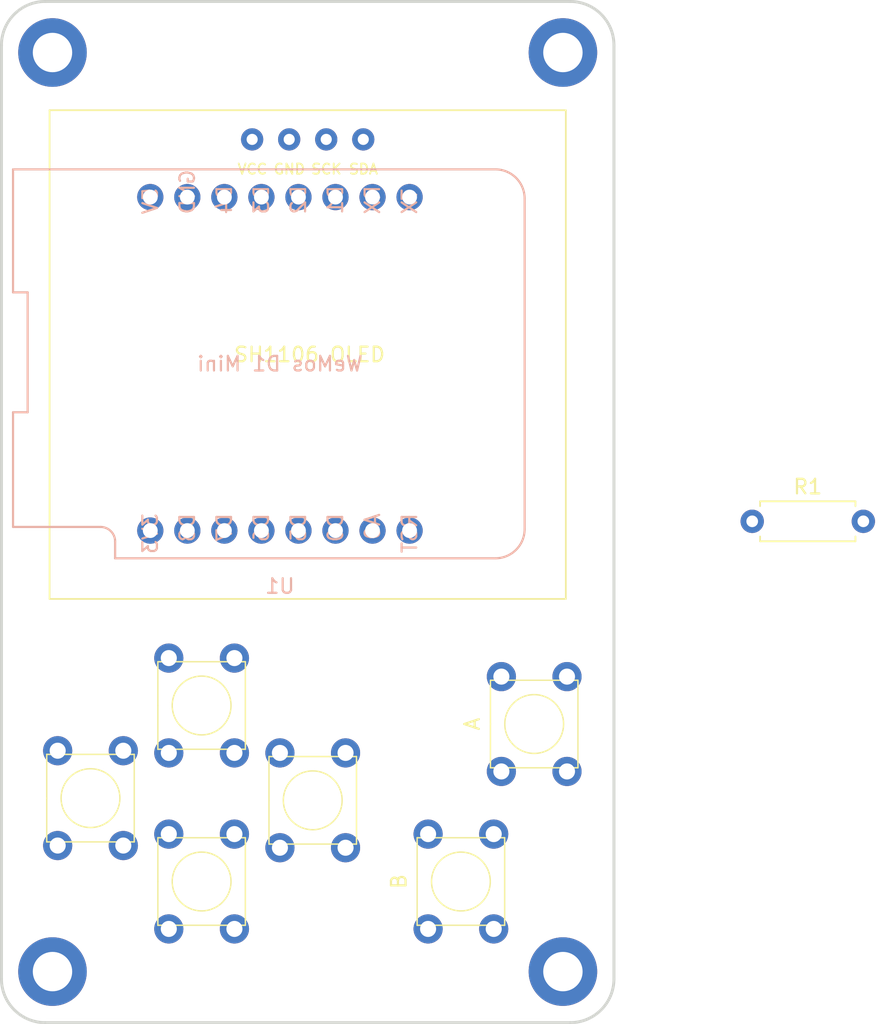
<source format=kicad_pcb>
(kicad_pcb (version 20171130) (host pcbnew 5.1.5+dfsg1-2build2)

  (general
    (thickness 1.6)
    (drawings 8)
    (tracks 0)
    (zones 0)
    (modules 13)
    (nets 24)
  )

  (page A4)
  (layers
    (0 F.Cu signal)
    (31 B.Cu signal)
    (32 B.Adhes user)
    (33 F.Adhes user)
    (34 B.Paste user)
    (35 F.Paste user)
    (36 B.SilkS user)
    (37 F.SilkS user)
    (38 B.Mask user)
    (39 F.Mask user)
    (40 Dwgs.User user)
    (41 Cmts.User user)
    (42 Eco1.User user)
    (43 Eco2.User user)
    (44 Edge.Cuts user)
    (45 Margin user)
    (46 B.CrtYd user hide)
    (47 F.CrtYd user hide)
    (48 B.Fab user hide)
    (49 F.Fab user hide)
  )

  (setup
    (last_trace_width 0.25)
    (trace_clearance 0.2)
    (zone_clearance 0.508)
    (zone_45_only no)
    (trace_min 0.2)
    (via_size 0.8)
    (via_drill 0.4)
    (via_min_size 0.4)
    (via_min_drill 0.3)
    (uvia_size 0.3)
    (uvia_drill 0.1)
    (uvias_allowed no)
    (uvia_min_size 0.2)
    (uvia_min_drill 0.1)
    (edge_width 0.1)
    (segment_width 0.2)
    (pcb_text_width 0.3)
    (pcb_text_size 1.5 1.5)
    (mod_edge_width 0.15)
    (mod_text_size 1 1)
    (mod_text_width 0.15)
    (pad_size 1.524 1.524)
    (pad_drill 0.762)
    (pad_to_mask_clearance 0)
    (aux_axis_origin 0 0)
    (visible_elements FFFFFF7F)
    (pcbplotparams
      (layerselection 0x010fc_ffffffff)
      (usegerberextensions false)
      (usegerberattributes false)
      (usegerberadvancedattributes false)
      (creategerberjobfile false)
      (excludeedgelayer true)
      (linewidth 0.100000)
      (plotframeref false)
      (viasonmask false)
      (mode 1)
      (useauxorigin false)
      (hpglpennumber 1)
      (hpglpenspeed 20)
      (hpglpendiameter 15.000000)
      (psnegative false)
      (psa4output false)
      (plotreference true)
      (plotvalue true)
      (plotinvisibletext false)
      (padsonsilk false)
      (subtractmaskfromsilk false)
      (outputformat 1)
      (mirror false)
      (drillshape 1)
      (scaleselection 1)
      (outputdirectory ""))
  )

  (net 0 "")
  (net 1 GND)
  (net 2 "Net-(Brd1-Pad2)")
  (net 3 "Net-(Brd1-Pad3)")
  (net 4 "Net-(Brd1-Pad4)")
  (net 5 +3V3)
  (net 6 /D0)
  (net 7 /D6)
  (net 8 /D7)
  (net 9 /D5)
  (net 10 /D4)
  (net 11 /D3)
  (net 12 +5V)
  (net 13 "Net-(D1-Pad4)")
  (net 14 "Net-(U1-Pad6)")
  (net 15 "Net-(U1-Pad11)")
  (net 16 "Net-(U1-Pad5)")
  (net 17 "Net-(U1-Pad12)")
  (net 18 "Net-(U1-Pad4)")
  (net 19 "Net-(U1-Pad3)")
  (net 20 "Net-(U1-Pad2)")
  (net 21 "Net-(U1-Pad15)")
  (net 22 "Net-(U1-Pad1)")
  (net 23 "Net-(U1-Pad16)")

  (net_class Default "This is the default net class."
    (clearance 0.2)
    (trace_width 0.25)
    (via_dia 0.8)
    (via_drill 0.4)
    (uvia_dia 0.3)
    (uvia_drill 0.1)
    (add_net +3V3)
    (add_net +5V)
    (add_net /D0)
    (add_net /D3)
    (add_net /D4)
    (add_net /D5)
    (add_net /D6)
    (add_net /D7)
    (add_net GND)
    (add_net "Net-(Brd1-Pad2)")
    (add_net "Net-(Brd1-Pad3)")
    (add_net "Net-(Brd1-Pad4)")
    (add_net "Net-(D1-Pad4)")
    (add_net "Net-(U1-Pad1)")
    (add_net "Net-(U1-Pad11)")
    (add_net "Net-(U1-Pad12)")
    (add_net "Net-(U1-Pad15)")
    (add_net "Net-(U1-Pad16)")
    (add_net "Net-(U1-Pad2)")
    (add_net "Net-(U1-Pad3)")
    (add_net "Net-(U1-Pad4)")
    (add_net "Net-(U1-Pad5)")
    (add_net "Net-(U1-Pad6)")
  )

  (module MountingHole:MountingHole_2.7mm_M2.5_DIN965_Pad (layer F.Cu) (tedit 56D1B4CB) (tstamp 610D22DA)
    (at 17.5 -31.5)
    (descr "Mounting Hole 2.7mm, M2.5, DIN965")
    (tags "mounting hole 2.7mm m2.5 din965")
    (attr virtual)
    (fp_text reference REF** (at 0 -3.35) (layer F.SilkS) hide
      (effects (font (size 1 1) (thickness 0.15)))
    )
    (fp_text value MountingHole_2.7mm_M2.5_DIN965_Pad (at 0 3.35) (layer F.Fab)
      (effects (font (size 1 1) (thickness 0.15)))
    )
    (fp_text user %R (at 0.3 0) (layer F.Fab)
      (effects (font (size 1 1) (thickness 0.15)))
    )
    (fp_circle (center 0 0) (end 2.35 0) (layer Cmts.User) (width 0.15))
    (fp_circle (center 0 0) (end 2.6 0) (layer F.CrtYd) (width 0.05))
    (pad 1 thru_hole circle (at 0 0) (size 4.7 4.7) (drill 2.7) (layers *.Cu *.Mask))
  )

  (module MountingHole:MountingHole_2.7mm_M2.5_DIN965_Pad (layer F.Cu) (tedit 56D1B4CB) (tstamp 610D22DA)
    (at -17.5 -31.5)
    (descr "Mounting Hole 2.7mm, M2.5, DIN965")
    (tags "mounting hole 2.7mm m2.5 din965")
    (attr virtual)
    (fp_text reference REF** (at 0 -3.35) (layer F.SilkS) hide
      (effects (font (size 1 1) (thickness 0.15)))
    )
    (fp_text value MountingHole_2.7mm_M2.5_DIN965_Pad (at 0 3.35) (layer F.Fab)
      (effects (font (size 1 1) (thickness 0.15)))
    )
    (fp_text user %R (at 0.3 0) (layer F.Fab)
      (effects (font (size 1 1) (thickness 0.15)))
    )
    (fp_circle (center 0 0) (end 2.35 0) (layer Cmts.User) (width 0.15))
    (fp_circle (center 0 0) (end 2.6 0) (layer F.CrtYd) (width 0.05))
    (pad 1 thru_hole circle (at 0 0) (size 4.7 4.7) (drill 2.7) (layers *.Cu *.Mask))
  )

  (module MountingHole:MountingHole_2.7mm_M2.5_DIN965_Pad (layer F.Cu) (tedit 56D1B4CB) (tstamp 610D22DA)
    (at -17.5 31.5)
    (descr "Mounting Hole 2.7mm, M2.5, DIN965")
    (tags "mounting hole 2.7mm m2.5 din965")
    (attr virtual)
    (fp_text reference REF** (at 0 -3.35) (layer F.SilkS) hide
      (effects (font (size 1 1) (thickness 0.15)))
    )
    (fp_text value MountingHole_2.7mm_M2.5_DIN965_Pad (at 0 3.35) (layer F.Fab)
      (effects (font (size 1 1) (thickness 0.15)))
    )
    (fp_text user %R (at 0.3 0) (layer F.Fab)
      (effects (font (size 1 1) (thickness 0.15)))
    )
    (fp_circle (center 0 0) (end 2.35 0) (layer Cmts.User) (width 0.15))
    (fp_circle (center 0 0) (end 2.6 0) (layer F.CrtYd) (width 0.05))
    (pad 1 thru_hole circle (at 0 0) (size 4.7 4.7) (drill 2.7) (layers *.Cu *.Mask))
  )

  (module MountingHole:MountingHole_2.7mm_M2.5_DIN965_Pad (layer F.Cu) (tedit 56D1B4CB) (tstamp 610D1B80)
    (at 17.5 31.5)
    (descr "Mounting Hole 2.7mm, M2.5, DIN965")
    (tags "mounting hole 2.7mm m2.5 din965")
    (attr virtual)
    (fp_text reference REF** (at 0 -3.35) (layer F.SilkS) hide
      (effects (font (size 1 1) (thickness 0.15)))
    )
    (fp_text value MountingHole_2.7mm_M2.5_DIN965_Pad (at 0 3.35) (layer F.Fab)
      (effects (font (size 1 1) (thickness 0.15)))
    )
    (fp_circle (center 0 0) (end 2.6 0) (layer F.CrtYd) (width 0.05))
    (fp_circle (center 0 0) (end 2.35 0) (layer Cmts.User) (width 0.15))
    (fp_text user %R (at 0.3 0) (layer F.Fab)
      (effects (font (size 1 1) (thickness 0.15)))
    )
    (pad 1 thru_hole circle (at 0 0) (size 4.7 4.7) (drill 2.7) (layers *.Cu *.Mask))
  )

  (module screens:SH1106-128x64-OLED (layer F.Cu) (tedit 610CF518) (tstamp 610CFD04)
    (at 0 -10.795)
    (path /6108DD59)
    (fp_text reference Brd1 (at 0 -2.54) (layer F.SilkS) hide
      (effects (font (size 1 1) (thickness 0.15)))
    )
    (fp_text value SH1106 (at 0.127 18.1864) (layer F.Fab)
      (effects (font (size 1 1) (thickness 0.15)))
    )
    (fp_line (start 17.7 16.75) (end 17.7 -16.75) (layer F.SilkS) (width 0.12))
    (fp_line (start -17.7 -16.75) (end 17.7 -16.75) (layer F.SilkS) (width 0.12))
    (fp_text user VCC (at -3.7973 -12.7127) (layer F.SilkS)
      (effects (font (size 0.7 0.7) (thickness 0.125)))
    )
    (fp_text user GND (at -1.2573 -12.7127) (layer F.SilkS)
      (effects (font (size 0.7 0.7) (thickness 0.125)))
    )
    (fp_text user SCK (at 1.2827 -12.7127) (layer F.SilkS)
      (effects (font (size 0.7 0.7) (thickness 0.125)))
    )
    (fp_text user SDA (at 3.8227 -12.7127) (layer F.SilkS)
      (effects (font (size 0.7 0.7) (thickness 0.125)))
    )
    (fp_line (start -17.7 16.75) (end 17.7 16.75) (layer F.SilkS) (width 0.12))
    (fp_line (start -17.7 -16.75) (end -17.7 16.75) (layer F.SilkS) (width 0.12))
    (fp_text user "SH1106 OLED" (at 0.127 0) (layer F.SilkS)
      (effects (font (size 1 1) (thickness 0.15)))
    )
    (pad 1 thru_hole circle (at -3.81 -14.75) (size 1.524 1.524) (drill 0.762) (layers *.Cu *.Mask)
      (net 1 GND))
    (pad 2 thru_hole circle (at -1.27 -14.75) (size 1.524 1.524) (drill 0.762) (layers *.Cu *.Mask)
      (net 2 "Net-(Brd1-Pad2)"))
    (pad 3 thru_hole circle (at 1.27 -14.75) (size 1.524 1.524) (drill 0.762) (layers *.Cu *.Mask)
      (net 3 "Net-(Brd1-Pad3)"))
    (pad 4 thru_hole circle (at 3.81 -14.75) (size 1.524 1.524) (drill 0.762) (layers *.Cu *.Mask)
      (net 4 "Net-(Brd1-Pad4)"))
    (model /home/alex/Downloads/sh1106.step
      (offset (xyz -15 -15.5 4))
      (scale (xyz 1 1 1))
      (rotate (xyz 0 0 0))
    )
  )

  (module Resistor_THT:R_Axial_DIN0207_L6.3mm_D2.5mm_P7.62mm_Horizontal (layer F.Cu) (tedit 5AE5139B) (tstamp 610CFD1B)
    (at 30.48 0.635)
    (descr "Resistor, Axial_DIN0207 series, Axial, Horizontal, pin pitch=7.62mm, 0.25W = 1/4W, length*diameter=6.3*2.5mm^2, http://cdn-reichelt.de/documents/datenblatt/B400/1_4W%23YAG.pdf")
    (tags "Resistor Axial_DIN0207 series Axial Horizontal pin pitch 7.62mm 0.25W = 1/4W length 6.3mm diameter 2.5mm")
    (path /6113A66D)
    (fp_text reference R1 (at 3.81 -2.37) (layer F.SilkS)
      (effects (font (size 1 1) (thickness 0.15)))
    )
    (fp_text value 10K (at 3.81 2.37) (layer F.Fab)
      (effects (font (size 1 1) (thickness 0.15)))
    )
    (fp_line (start 0.66 -1.25) (end 0.66 1.25) (layer F.Fab) (width 0.1))
    (fp_line (start 0.66 1.25) (end 6.96 1.25) (layer F.Fab) (width 0.1))
    (fp_line (start 6.96 1.25) (end 6.96 -1.25) (layer F.Fab) (width 0.1))
    (fp_line (start 6.96 -1.25) (end 0.66 -1.25) (layer F.Fab) (width 0.1))
    (fp_line (start 0 0) (end 0.66 0) (layer F.Fab) (width 0.1))
    (fp_line (start 7.62 0) (end 6.96 0) (layer F.Fab) (width 0.1))
    (fp_line (start 0.54 -1.04) (end 0.54 -1.37) (layer F.SilkS) (width 0.12))
    (fp_line (start 0.54 -1.37) (end 7.08 -1.37) (layer F.SilkS) (width 0.12))
    (fp_line (start 7.08 -1.37) (end 7.08 -1.04) (layer F.SilkS) (width 0.12))
    (fp_line (start 0.54 1.04) (end 0.54 1.37) (layer F.SilkS) (width 0.12))
    (fp_line (start 0.54 1.37) (end 7.08 1.37) (layer F.SilkS) (width 0.12))
    (fp_line (start 7.08 1.37) (end 7.08 1.04) (layer F.SilkS) (width 0.12))
    (fp_line (start -1.05 -1.5) (end -1.05 1.5) (layer F.CrtYd) (width 0.05))
    (fp_line (start -1.05 1.5) (end 8.67 1.5) (layer F.CrtYd) (width 0.05))
    (fp_line (start 8.67 1.5) (end 8.67 -1.5) (layer F.CrtYd) (width 0.05))
    (fp_line (start 8.67 -1.5) (end -1.05 -1.5) (layer F.CrtYd) (width 0.05))
    (fp_text user %R (at 3.81 0) (layer F.Fab)
      (effects (font (size 1 1) (thickness 0.15)))
    )
    (pad 1 thru_hole circle (at 0 0) (size 1.6 1.6) (drill 0.8) (layers *.Cu *.Mask)
      (net 5 +3V3))
    (pad 2 thru_hole oval (at 7.62 0) (size 1.6 1.6) (drill 0.8) (layers *.Cu *.Mask)
      (net 6 /D0))
    (model ${KISYS3DMOD}/Resistor_THT.3dshapes/R_Axial_DIN0207_L6.3mm_D2.5mm_P7.62mm_Horizontal.wrl
      (at (xyz 0 0 0))
      (scale (xyz 1 1 1))
      (rotate (xyz 0 0 0))
    )
  )

  (module Buttons_Switches_THT:SW_PUSH_6mm (layer F.Cu) (tedit 610CC1CE) (tstamp 610CFD3A)
    (at -9.525 16.51 90)
    (descr https://www.omron.com/ecb/products/pdf/en-b3f.pdf)
    (tags "tact sw push 6mm")
    (path /6107F0D4)
    (fp_text reference SW1 (at 3.25 -2 90) (layer F.SilkS) hide
      (effects (font (size 1 1) (thickness 0.15)))
    )
    (fp_text value Up (at 3.75 7.62 90) (layer F.Fab)
      (effects (font (size 1 1) (thickness 0.15)))
    )
    (fp_text user %R (at 3.25 2.25 90) (layer F.Fab)
      (effects (font (size 1 1) (thickness 0.15)))
    )
    (fp_line (start 3.25 -0.75) (end 6.25 -0.75) (layer F.SilkS) (width 0.1))
    (fp_line (start 6.25 -0.75) (end 6.25 5.25) (layer F.SilkS) (width 0.1))
    (fp_line (start 6.25 5.25) (end 0.25 5.25) (layer F.SilkS) (width 0.1))
    (fp_line (start 0.25 5.25) (end 0.25 -0.75) (layer F.SilkS) (width 0.1))
    (fp_line (start 0.25 -0.75) (end 3.25 -0.75) (layer F.SilkS) (width 0.1))
    (fp_line (start 7.75 6) (end 8 6) (layer F.CrtYd) (width 0.05))
    (fp_line (start 8 6) (end 8 5.75) (layer F.CrtYd) (width 0.05))
    (fp_line (start 7.75 -1.5) (end 8 -1.5) (layer F.CrtYd) (width 0.05))
    (fp_line (start 8 -1.5) (end 8 -1.25) (layer F.CrtYd) (width 0.05))
    (fp_line (start -1.5 -1.25) (end -1.5 -1.5) (layer F.CrtYd) (width 0.05))
    (fp_line (start -1.5 -1.5) (end -1.25 -1.5) (layer F.CrtYd) (width 0.05))
    (fp_line (start -1.5 5.75) (end -1.5 6) (layer F.CrtYd) (width 0.05))
    (fp_line (start -1.5 6) (end -1.25 6) (layer F.CrtYd) (width 0.05))
    (fp_line (start -1.25 -1.5) (end 7.75 -1.5) (layer F.CrtYd) (width 0.05))
    (fp_line (start -1.5 5.75) (end -1.5 -1.25) (layer F.CrtYd) (width 0.05))
    (fp_line (start 7.75 6) (end -1.25 6) (layer F.CrtYd) (width 0.05))
    (fp_line (start 8 -1.25) (end 8 5.75) (layer F.CrtYd) (width 0.05))
    (fp_line (start 1 5.5) (end 5.5 5.5) (layer F.Fab) (width 0.12))
    (fp_line (start -0.25 1.5) (end -0.25 3) (layer F.Fab) (width 0.12))
    (fp_line (start 5.5 -1) (end 1 -1) (layer F.Fab) (width 0.12))
    (fp_line (start 6.75 3) (end 6.75 1.5) (layer F.Fab) (width 0.12))
    (fp_circle (center 3.25 2.25) (end 5.265564 2.25) (layer F.SilkS) (width 0.1))
    (pad 2 thru_hole circle (at 0 4.5 180) (size 2 2) (drill 1.1) (layers *.Cu *.Mask)
      (net 1 GND))
    (pad 1 thru_hole circle (at 0 0 180) (size 2 2) (drill 1.1) (layers *.Cu *.Mask)
      (net 7 /D6))
    (pad 2 thru_hole circle (at 6.5 4.5 180) (size 2 2) (drill 1.1) (layers *.Cu *.Mask)
      (net 1 GND))
    (pad 1 thru_hole circle (at 6.5 0 180) (size 2 2) (drill 1.1) (layers *.Cu *.Mask)
      (net 7 /D6))
    (model ${KISYS3DMOD}/Buttons_Switches_THT.3dshapes/SW_PUSH_6mm.wrl
      (offset (xyz 3.127 0 0))
      (scale (xyz 6 6 6))
      (rotate (xyz 25 0 0))
    )
    (model /usr/share/kicad/modules/Button_Switch_Keyboard.pretty/SW_Cherry_MX_1.00u_PCB.kicad_mod
      (at (xyz 0 0 0))
      (scale (xyz 1 1 1))
      (rotate (xyz 0 0 0))
    )
    (model /home/alex/Downloads/Button_Switch_THT.3dshapes/SW_PUSH_6mm_H7.3mm.step
      (at (xyz 0 0 0))
      (scale (xyz 1 1 1))
      (rotate (xyz 0 0 0))
    )
  )

  (module Buttons_Switches_THT:SW_PUSH_6mm (layer F.Cu) (tedit 610CC1CE) (tstamp 610CFD59)
    (at -9.525 28.575 90)
    (descr https://www.omron.com/ecb/products/pdf/en-b3f.pdf)
    (tags "tact sw push 6mm")
    (path /6107FC58)
    (fp_text reference SW2 (at 3.25 -2 90) (layer F.SilkS) hide
      (effects (font (size 1 1) (thickness 0.15)))
    )
    (fp_text value Down (at 3.75 7.62 90) (layer F.Fab)
      (effects (font (size 1 1) (thickness 0.15)))
    )
    (fp_circle (center 3.25 2.25) (end 5.265564 2.25) (layer F.SilkS) (width 0.1))
    (fp_line (start 6.75 3) (end 6.75 1.5) (layer F.Fab) (width 0.12))
    (fp_line (start 5.5 -1) (end 1 -1) (layer F.Fab) (width 0.12))
    (fp_line (start -0.25 1.5) (end -0.25 3) (layer F.Fab) (width 0.12))
    (fp_line (start 1 5.5) (end 5.5 5.5) (layer F.Fab) (width 0.12))
    (fp_line (start 8 -1.25) (end 8 5.75) (layer F.CrtYd) (width 0.05))
    (fp_line (start 7.75 6) (end -1.25 6) (layer F.CrtYd) (width 0.05))
    (fp_line (start -1.5 5.75) (end -1.5 -1.25) (layer F.CrtYd) (width 0.05))
    (fp_line (start -1.25 -1.5) (end 7.75 -1.5) (layer F.CrtYd) (width 0.05))
    (fp_line (start -1.5 6) (end -1.25 6) (layer F.CrtYd) (width 0.05))
    (fp_line (start -1.5 5.75) (end -1.5 6) (layer F.CrtYd) (width 0.05))
    (fp_line (start -1.5 -1.5) (end -1.25 -1.5) (layer F.CrtYd) (width 0.05))
    (fp_line (start -1.5 -1.25) (end -1.5 -1.5) (layer F.CrtYd) (width 0.05))
    (fp_line (start 8 -1.5) (end 8 -1.25) (layer F.CrtYd) (width 0.05))
    (fp_line (start 7.75 -1.5) (end 8 -1.5) (layer F.CrtYd) (width 0.05))
    (fp_line (start 8 6) (end 8 5.75) (layer F.CrtYd) (width 0.05))
    (fp_line (start 7.75 6) (end 8 6) (layer F.CrtYd) (width 0.05))
    (fp_line (start 0.25 -0.75) (end 3.25 -0.75) (layer F.SilkS) (width 0.1))
    (fp_line (start 0.25 5.25) (end 0.25 -0.75) (layer F.SilkS) (width 0.1))
    (fp_line (start 6.25 5.25) (end 0.25 5.25) (layer F.SilkS) (width 0.1))
    (fp_line (start 6.25 -0.75) (end 6.25 5.25) (layer F.SilkS) (width 0.1))
    (fp_line (start 3.25 -0.75) (end 6.25 -0.75) (layer F.SilkS) (width 0.1))
    (fp_text user %R (at 3.25 2.25 90) (layer F.Fab)
      (effects (font (size 1 1) (thickness 0.15)))
    )
    (pad 1 thru_hole circle (at 6.5 0 180) (size 2 2) (drill 1.1) (layers *.Cu *.Mask)
      (net 6 /D0))
    (pad 2 thru_hole circle (at 6.5 4.5 180) (size 2 2) (drill 1.1) (layers *.Cu *.Mask)
      (net 1 GND))
    (pad 1 thru_hole circle (at 0 0 180) (size 2 2) (drill 1.1) (layers *.Cu *.Mask)
      (net 6 /D0))
    (pad 2 thru_hole circle (at 0 4.5 180) (size 2 2) (drill 1.1) (layers *.Cu *.Mask)
      (net 1 GND))
    (model ${KISYS3DMOD}/Buttons_Switches_THT.3dshapes/SW_PUSH_6mm.wrl
      (offset (xyz 0.1269999980926514 0 0))
      (scale (xyz 0.3937 0.3937 0.3937))
      (rotate (xyz 0 0 0))
    )
    (model /home/alex/Downloads/Button_Switch_THT.3dshapes/SW_PUSH_6mm_H7.3mm.step
      (at (xyz 0 0 0))
      (scale (xyz 1 1 1))
      (rotate (xyz 0 0 0))
    )
  )

  (module Buttons_Switches_THT:SW_PUSH_6mm (layer F.Cu) (tedit 610CC1CE) (tstamp 610CFD78)
    (at -17.145 22.86 90)
    (descr https://www.omron.com/ecb/products/pdf/en-b3f.pdf)
    (tags "tact sw push 6mm")
    (path /610800B0)
    (fp_text reference SW3 (at 3.25 -2 90) (layer F.SilkS) hide
      (effects (font (size 1 1) (thickness 0.15)))
    )
    (fp_text value Left (at 3.75 7.62 90) (layer F.Fab)
      (effects (font (size 1 1) (thickness 0.15)))
    )
    (fp_circle (center 3.25 2.25) (end 5.265564 2.25) (layer F.SilkS) (width 0.1))
    (fp_line (start 6.75 3) (end 6.75 1.5) (layer F.Fab) (width 0.12))
    (fp_line (start 5.5 -1) (end 1 -1) (layer F.Fab) (width 0.12))
    (fp_line (start -0.25 1.5) (end -0.25 3) (layer F.Fab) (width 0.12))
    (fp_line (start 1 5.5) (end 5.5 5.5) (layer F.Fab) (width 0.12))
    (fp_line (start 8 -1.25) (end 8 5.75) (layer F.CrtYd) (width 0.05))
    (fp_line (start 7.75 6) (end -1.25 6) (layer F.CrtYd) (width 0.05))
    (fp_line (start -1.5 5.75) (end -1.5 -1.25) (layer F.CrtYd) (width 0.05))
    (fp_line (start -1.25 -1.5) (end 7.75 -1.5) (layer F.CrtYd) (width 0.05))
    (fp_line (start -1.5 6) (end -1.25 6) (layer F.CrtYd) (width 0.05))
    (fp_line (start -1.5 5.75) (end -1.5 6) (layer F.CrtYd) (width 0.05))
    (fp_line (start -1.5 -1.5) (end -1.25 -1.5) (layer F.CrtYd) (width 0.05))
    (fp_line (start -1.5 -1.25) (end -1.5 -1.5) (layer F.CrtYd) (width 0.05))
    (fp_line (start 8 -1.5) (end 8 -1.25) (layer F.CrtYd) (width 0.05))
    (fp_line (start 7.75 -1.5) (end 8 -1.5) (layer F.CrtYd) (width 0.05))
    (fp_line (start 8 6) (end 8 5.75) (layer F.CrtYd) (width 0.05))
    (fp_line (start 7.75 6) (end 8 6) (layer F.CrtYd) (width 0.05))
    (fp_line (start 0.25 -0.75) (end 3.25 -0.75) (layer F.SilkS) (width 0.1))
    (fp_line (start 0.25 5.25) (end 0.25 -0.75) (layer F.SilkS) (width 0.1))
    (fp_line (start 6.25 5.25) (end 0.25 5.25) (layer F.SilkS) (width 0.1))
    (fp_line (start 6.25 -0.75) (end 6.25 5.25) (layer F.SilkS) (width 0.1))
    (fp_line (start 3.25 -0.75) (end 6.25 -0.75) (layer F.SilkS) (width 0.1))
    (fp_text user %R (at 3.25 2.25 90) (layer F.Fab)
      (effects (font (size 1 1) (thickness 0.15)))
    )
    (pad 1 thru_hole circle (at 6.5 0 180) (size 2 2) (drill 1.1) (layers *.Cu *.Mask)
      (net 8 /D7))
    (pad 2 thru_hole circle (at 6.5 4.5 180) (size 2 2) (drill 1.1) (layers *.Cu *.Mask)
      (net 1 GND))
    (pad 1 thru_hole circle (at 0 0 180) (size 2 2) (drill 1.1) (layers *.Cu *.Mask)
      (net 8 /D7))
    (pad 2 thru_hole circle (at 0 4.5 180) (size 2 2) (drill 1.1) (layers *.Cu *.Mask)
      (net 1 GND))
    (model ${KISYS3DMOD}/Buttons_Switches_THT.3dshapes/SW_PUSH_6mm.wrl
      (offset (xyz 0.1269999980926514 0 0))
      (scale (xyz 0.3937 0.3937 0.3937))
      (rotate (xyz 0 0 0))
    )
    (model /home/alex/Downloads/Button_Switch_THT.3dshapes/SW_PUSH_6mm_H7.3mm.step
      (at (xyz 0 0 0))
      (scale (xyz 1 1 1))
      (rotate (xyz 0 0 0))
    )
  )

  (module Buttons_Switches_THT:SW_PUSH_6mm (layer F.Cu) (tedit 610CC1CE) (tstamp 610CFD97)
    (at -1.905 23.01 90)
    (descr https://www.omron.com/ecb/products/pdf/en-b3f.pdf)
    (tags "tact sw push 6mm")
    (path /61080994)
    (fp_text reference SW4 (at 3.25 -2 90) (layer F.SilkS) hide
      (effects (font (size 1 1) (thickness 0.15)))
    )
    (fp_text value Right (at 3.75 7.62 90) (layer F.Fab)
      (effects (font (size 1 1) (thickness 0.15)))
    )
    (fp_text user %R (at 3.25 2.25 90) (layer F.Fab)
      (effects (font (size 1 1) (thickness 0.15)))
    )
    (fp_line (start 3.25 -0.75) (end 6.25 -0.75) (layer F.SilkS) (width 0.1))
    (fp_line (start 6.25 -0.75) (end 6.25 5.25) (layer F.SilkS) (width 0.1))
    (fp_line (start 6.25 5.25) (end 0.25 5.25) (layer F.SilkS) (width 0.1))
    (fp_line (start 0.25 5.25) (end 0.25 -0.75) (layer F.SilkS) (width 0.1))
    (fp_line (start 0.25 -0.75) (end 3.25 -0.75) (layer F.SilkS) (width 0.1))
    (fp_line (start 7.75 6) (end 8 6) (layer F.CrtYd) (width 0.05))
    (fp_line (start 8 6) (end 8 5.75) (layer F.CrtYd) (width 0.05))
    (fp_line (start 7.75 -1.5) (end 8 -1.5) (layer F.CrtYd) (width 0.05))
    (fp_line (start 8 -1.5) (end 8 -1.25) (layer F.CrtYd) (width 0.05))
    (fp_line (start -1.5 -1.25) (end -1.5 -1.5) (layer F.CrtYd) (width 0.05))
    (fp_line (start -1.5 -1.5) (end -1.25 -1.5) (layer F.CrtYd) (width 0.05))
    (fp_line (start -1.5 5.75) (end -1.5 6) (layer F.CrtYd) (width 0.05))
    (fp_line (start -1.5 6) (end -1.25 6) (layer F.CrtYd) (width 0.05))
    (fp_line (start -1.25 -1.5) (end 7.75 -1.5) (layer F.CrtYd) (width 0.05))
    (fp_line (start -1.5 5.75) (end -1.5 -1.25) (layer F.CrtYd) (width 0.05))
    (fp_line (start 7.75 6) (end -1.25 6) (layer F.CrtYd) (width 0.05))
    (fp_line (start 8 -1.25) (end 8 5.75) (layer F.CrtYd) (width 0.05))
    (fp_line (start 1 5.5) (end 5.5 5.5) (layer F.Fab) (width 0.12))
    (fp_line (start -0.25 1.5) (end -0.25 3) (layer F.Fab) (width 0.12))
    (fp_line (start 5.5 -1) (end 1 -1) (layer F.Fab) (width 0.12))
    (fp_line (start 6.75 3) (end 6.75 1.5) (layer F.Fab) (width 0.12))
    (fp_circle (center 3.25 2.25) (end 5.265564 2.25) (layer F.SilkS) (width 0.1))
    (pad 2 thru_hole circle (at 0 4.5 180) (size 2 2) (drill 1.1) (layers *.Cu *.Mask)
      (net 1 GND))
    (pad 1 thru_hole circle (at 0 0 180) (size 2 2) (drill 1.1) (layers *.Cu *.Mask)
      (net 9 /D5))
    (pad 2 thru_hole circle (at 6.5 4.5 180) (size 2 2) (drill 1.1) (layers *.Cu *.Mask)
      (net 1 GND))
    (pad 1 thru_hole circle (at 6.5 0 180) (size 2 2) (drill 1.1) (layers *.Cu *.Mask)
      (net 9 /D5))
    (model ${KISYS3DMOD}/Buttons_Switches_THT.3dshapes/SW_PUSH_6mm.wrl
      (offset (xyz 0.1269999980926514 0 0))
      (scale (xyz 0.3937 0.3937 0.3937))
      (rotate (xyz 0 0 0))
    )
    (model /home/alex/Downloads/Button_Switch_THT.3dshapes/SW_PUSH_6mm_H7.3mm.step
      (at (xyz 0 0 0))
      (scale (xyz 1 1 1))
      (rotate (xyz 0 0 0))
    )
  )

  (module Buttons_Switches_THT:SW_PUSH_6mm (layer F.Cu) (tedit 610CC1CE) (tstamp 610CFDB6)
    (at 13.28 17.78 90)
    (descr https://www.omron.com/ecb/products/pdf/en-b3f.pdf)
    (tags "tact sw push 6mm")
    (path /61080C78)
    (fp_text reference A (at 3.25 -2 90) (layer F.SilkS)
      (effects (font (size 1 1) (thickness 0.15)))
    )
    (fp_text value A (at 3.75 7.62 90) (layer F.Fab)
      (effects (font (size 1 1) (thickness 0.15)))
    )
    (fp_text user %R (at 3.25 2.25 90) (layer F.Fab)
      (effects (font (size 1 1) (thickness 0.15)))
    )
    (fp_line (start 3.25 -0.75) (end 6.25 -0.75) (layer F.SilkS) (width 0.1))
    (fp_line (start 6.25 -0.75) (end 6.25 5.25) (layer F.SilkS) (width 0.1))
    (fp_line (start 6.25 5.25) (end 0.25 5.25) (layer F.SilkS) (width 0.1))
    (fp_line (start 0.25 5.25) (end 0.25 -0.75) (layer F.SilkS) (width 0.1))
    (fp_line (start 0.25 -0.75) (end 3.25 -0.75) (layer F.SilkS) (width 0.1))
    (fp_line (start 7.75 6) (end 8 6) (layer F.CrtYd) (width 0.05))
    (fp_line (start 8 6) (end 8 5.75) (layer F.CrtYd) (width 0.05))
    (fp_line (start 7.75 -1.5) (end 8 -1.5) (layer F.CrtYd) (width 0.05))
    (fp_line (start 8 -1.5) (end 8 -1.25) (layer F.CrtYd) (width 0.05))
    (fp_line (start -1.5 -1.25) (end -1.5 -1.5) (layer F.CrtYd) (width 0.05))
    (fp_line (start -1.5 -1.5) (end -1.25 -1.5) (layer F.CrtYd) (width 0.05))
    (fp_line (start -1.5 5.75) (end -1.5 6) (layer F.CrtYd) (width 0.05))
    (fp_line (start -1.5 6) (end -1.25 6) (layer F.CrtYd) (width 0.05))
    (fp_line (start -1.25 -1.5) (end 7.75 -1.5) (layer F.CrtYd) (width 0.05))
    (fp_line (start -1.5 5.75) (end -1.5 -1.25) (layer F.CrtYd) (width 0.05))
    (fp_line (start 7.75 6) (end -1.25 6) (layer F.CrtYd) (width 0.05))
    (fp_line (start 8 -1.25) (end 8 5.75) (layer F.CrtYd) (width 0.05))
    (fp_line (start 1 5.5) (end 5.5 5.5) (layer F.Fab) (width 0.12))
    (fp_line (start -0.25 1.5) (end -0.25 3) (layer F.Fab) (width 0.12))
    (fp_line (start 5.5 -1) (end 1 -1) (layer F.Fab) (width 0.12))
    (fp_line (start 6.75 3) (end 6.75 1.5) (layer F.Fab) (width 0.12))
    (fp_circle (center 3.25 2.25) (end 5.265564 2.25) (layer F.SilkS) (width 0.1))
    (pad 2 thru_hole circle (at 0 4.5 180) (size 2 2) (drill 1.1) (layers *.Cu *.Mask)
      (net 1 GND))
    (pad 1 thru_hole circle (at 0 0 180) (size 2 2) (drill 1.1) (layers *.Cu *.Mask)
      (net 10 /D4))
    (pad 2 thru_hole circle (at 6.5 4.5 180) (size 2 2) (drill 1.1) (layers *.Cu *.Mask)
      (net 1 GND))
    (pad 1 thru_hole circle (at 6.5 0 180) (size 2 2) (drill 1.1) (layers *.Cu *.Mask)
      (net 10 /D4))
    (model ${KISYS3DMOD}/Buttons_Switches_THT.3dshapes/SW_PUSH_6mm.wrl
      (offset (xyz 0.1269999980926514 0 0))
      (scale (xyz 0.3937 0.3937 0.3937))
      (rotate (xyz 0 0 0))
    )
    (model /home/alex/Downloads/Button_Switch_THT.3dshapes/SW_PUSH_6mm_H7.3mm.step
      (at (xyz 0 0 0))
      (scale (xyz 1 1 1))
      (rotate (xyz 0 0 0))
    )
  )

  (module Buttons_Switches_THT:SW_PUSH_6mm (layer F.Cu) (tedit 610CC1CE) (tstamp 610CFDD5)
    (at 8.255 28.575 90)
    (descr https://www.omron.com/ecb/products/pdf/en-b3f.pdf)
    (tags "tact sw push 6mm")
    (path /61080505)
    (fp_text reference B (at 3.25 -2 90) (layer F.SilkS)
      (effects (font (size 1 1) (thickness 0.15)))
    )
    (fp_text value B (at 3.75 7.62 90) (layer F.Fab)
      (effects (font (size 1 1) (thickness 0.15)))
    )
    (fp_text user %R (at 3.25 2.25 90) (layer F.Fab)
      (effects (font (size 1 1) (thickness 0.15)))
    )
    (fp_line (start 3.25 -0.75) (end 6.25 -0.75) (layer F.SilkS) (width 0.1))
    (fp_line (start 6.25 -0.75) (end 6.25 5.25) (layer F.SilkS) (width 0.1))
    (fp_line (start 6.25 5.25) (end 0.25 5.25) (layer F.SilkS) (width 0.1))
    (fp_line (start 0.25 5.25) (end 0.25 -0.75) (layer F.SilkS) (width 0.1))
    (fp_line (start 0.25 -0.75) (end 3.25 -0.75) (layer F.SilkS) (width 0.1))
    (fp_line (start 7.75 6) (end 8 6) (layer F.CrtYd) (width 0.05))
    (fp_line (start 8 6) (end 8 5.75) (layer F.CrtYd) (width 0.05))
    (fp_line (start 7.75 -1.5) (end 8 -1.5) (layer F.CrtYd) (width 0.05))
    (fp_line (start 8 -1.5) (end 8 -1.25) (layer F.CrtYd) (width 0.05))
    (fp_line (start -1.5 -1.25) (end -1.5 -1.5) (layer F.CrtYd) (width 0.05))
    (fp_line (start -1.5 -1.5) (end -1.25 -1.5) (layer F.CrtYd) (width 0.05))
    (fp_line (start -1.5 5.75) (end -1.5 6) (layer F.CrtYd) (width 0.05))
    (fp_line (start -1.5 6) (end -1.25 6) (layer F.CrtYd) (width 0.05))
    (fp_line (start -1.25 -1.5) (end 7.75 -1.5) (layer F.CrtYd) (width 0.05))
    (fp_line (start -1.5 5.75) (end -1.5 -1.25) (layer F.CrtYd) (width 0.05))
    (fp_line (start 7.75 6) (end -1.25 6) (layer F.CrtYd) (width 0.05))
    (fp_line (start 8 -1.25) (end 8 5.75) (layer F.CrtYd) (width 0.05))
    (fp_line (start 1 5.5) (end 5.5 5.5) (layer F.Fab) (width 0.12))
    (fp_line (start -0.25 1.5) (end -0.25 3) (layer F.Fab) (width 0.12))
    (fp_line (start 5.5 -1) (end 1 -1) (layer F.Fab) (width 0.12))
    (fp_line (start 6.75 3) (end 6.75 1.5) (layer F.Fab) (width 0.12))
    (fp_circle (center 3.25 2.25) (end 5.265564 2.25) (layer F.SilkS) (width 0.1))
    (pad 2 thru_hole circle (at 0 4.5 180) (size 2 2) (drill 1.1) (layers *.Cu *.Mask)
      (net 1 GND))
    (pad 1 thru_hole circle (at 0 0 180) (size 2 2) (drill 1.1) (layers *.Cu *.Mask)
      (net 11 /D3))
    (pad 2 thru_hole circle (at 6.5 4.5 180) (size 2 2) (drill 1.1) (layers *.Cu *.Mask)
      (net 1 GND))
    (pad 1 thru_hole circle (at 6.5 0 180) (size 2 2) (drill 1.1) (layers *.Cu *.Mask)
      (net 11 /D3))
    (model ${KISYS3DMOD}/Buttons_Switches_THT.3dshapes/SW_PUSH_6mm.wrl
      (offset (xyz 0.1269999980926514 0 0))
      (scale (xyz 0.3937 0.3937 0.3937))
      (rotate (xyz 0 0 0))
    )
    (model /home/alex/Downloads/Button_Switch_THT.3dshapes/SW_PUSH_6mm_H7.3mm.step
      (at (xyz 0 0 0))
      (scale (xyz 1 1 1))
      (rotate (xyz 0 0 0))
    )
  )

  (module wemos-d1-mini:wemos-d1-mini-with-pin-header-and-connector (layer B.Cu) (tedit 610C99A9) (tstamp 610CFE10)
    (at -1.905 -10.16)
    (path /6107D786)
    (fp_text reference U1 (at 0 15.24) (layer B.SilkS)
      (effects (font (size 1 1) (thickness 0.15)) (justify mirror))
    )
    (fp_text value "WeMos D1 Mini" (at 0 0) (layer B.SilkS)
      (effects (font (size 1 1) (thickness 0.15)) (justify mirror))
    )
    (fp_line (start -18.3 -13.33) (end 14.78 -13.33) (layer B.SilkS) (width 0.15))
    (fp_line (start 16.78 -11.33) (end 16.78 11.33) (layer B.SilkS) (width 0.15))
    (fp_line (start 14.78 13.33) (end -11.3 13.33) (layer B.SilkS) (width 0.15))
    (fp_line (start -18.3 11.18) (end -18.3 3.32) (layer B.SilkS) (width 0.15))
    (fp_line (start -18.3 3.32) (end -17.3 3.32) (layer B.SilkS) (width 0.15))
    (fp_line (start -17.3 3.32) (end -17.3 -4.9) (layer B.SilkS) (width 0.15))
    (fp_line (start -17.3 -4.9) (end -18.3 -4.9) (layer B.SilkS) (width 0.15))
    (fp_line (start -18.3 -4.9) (end -18.3 -13.329999) (layer B.SilkS) (width 0.15))
    (fp_line (start -11.48 13.5) (end 14.85 13.5) (layer B.CrtYd) (width 0.05))
    (fp_line (start 16.94 11.5) (end 16.94 -11.5) (layer B.CrtYd) (width 0.05))
    (fp_line (start 14.94 -13.5) (end -18.46 -13.5) (layer B.CrtYd) (width 0.05))
    (fp_line (start -18.46 -13.5) (end -18.46 11.33) (layer B.CrtYd) (width 0.05))
    (fp_arc (start 14.78 11.33) (end 14.78 13.33) (angle -90) (layer B.SilkS) (width 0.15))
    (fp_arc (start 14.78 -11.33) (end 16.78 -11.33) (angle -90) (layer B.SilkS) (width 0.15))
    (fp_arc (start 14.94 -11.5) (end 16.94 -11.5) (angle -90) (layer B.CrtYd) (width 0.05))
    (fp_arc (start 14.94 11.5) (end 14.85 13.5) (angle -92.57657183) (layer B.CrtYd) (width 0.05))
    (fp_line (start -18.3 11.18) (end -12.3 11.18) (layer B.SilkS) (width 0.15))
    (fp_arc (start -12.3 12.18) (end -11.3 12.18) (angle -90) (layer B.SilkS) (width 0.15))
    (fp_line (start -11.3 12.17) (end -11.3 13.33) (layer B.SilkS) (width 0.15))
    (fp_line (start -11.3 13.33) (end -11.3 13.33) (layer B.SilkS) (width 0.15))
    (fp_line (start -11.48 13.5) (end -11.48 12.33) (layer B.CrtYd) (width 0.05))
    (fp_line (start -18.46 11.33) (end -12.48 11.33) (layer B.CrtYd) (width 0.05))
    (fp_arc (start -12.48 12.33) (end -11.48 12.33) (angle -90) (layer B.CrtYd) (width 0.05))
    (fp_text user 5V (at -8.89 -10.16 -90) (layer B.SilkS)
      (effects (font (size 1 1) (thickness 0.15)) (justify right mirror))
    )
    (fp_text user GND (at -6.35 -10.16 -90) (layer B.SilkS)
      (effects (font (size 1 1) (thickness 0.15)) (justify right mirror))
    )
    (fp_text user D4 (at -3.81 -10.16 -90) (layer B.SilkS)
      (effects (font (size 1 1) (thickness 0.15)) (justify right mirror))
    )
    (fp_text user D3 (at -1.27 -10.16 -90) (layer B.SilkS)
      (effects (font (size 1 1) (thickness 0.15)) (justify right mirror))
    )
    (fp_text user D2 (at 1.27 -10.16 -90) (layer B.SilkS)
      (effects (font (size 1 1) (thickness 0.15)) (justify right mirror))
    )
    (fp_text user D1 (at 3.81 -10.16 -90) (layer B.SilkS)
      (effects (font (size 1 1) (thickness 0.15)) (justify right mirror))
    )
    (fp_text user RX (at 6.35 -10.16 -90) (layer B.SilkS)
      (effects (font (size 1 1) (thickness 0.15)) (justify right mirror))
    )
    (fp_text user TX (at 8.89 -10.16 -90) (layer B.SilkS)
      (effects (font (size 1 1) (thickness 0.15)) (justify right mirror))
    )
    (fp_text user 3V3 (at -8.89 10.16 -90) (layer B.SilkS)
      (effects (font (size 1 1) (thickness 0.15)) (justify left mirror))
    )
    (fp_text user D8 (at -6.35 10.16 -90) (layer B.SilkS)
      (effects (font (size 1 1) (thickness 0.15)) (justify left mirror))
    )
    (fp_text user D7 (at -3.81 10.16 -90) (layer B.SilkS)
      (effects (font (size 1 1) (thickness 0.15)) (justify left mirror))
    )
    (fp_text user D6 (at -1.27 10.16 -90) (layer B.SilkS)
      (effects (font (size 1 1) (thickness 0.15)) (justify left mirror))
    )
    (fp_text user D5 (at 1.27 10.16 -90) (layer B.SilkS)
      (effects (font (size 1 1) (thickness 0.15)) (justify left mirror))
    )
    (fp_text user D0 (at 3.81 10.16 -90) (layer B.SilkS)
      (effects (font (size 1 1) (thickness 0.15)) (justify left mirror))
    )
    (fp_text user A0 (at 6.35 10.16 -90) (layer B.SilkS)
      (effects (font (size 1 1) (thickness 0.15)) (justify left mirror))
    )
    (fp_text user RST (at 8.89 10.16 -90) (layer B.SilkS)
      (effects (font (size 1 1) (thickness 0.15)) (justify left mirror))
    )
    (pad 8 thru_hole circle (at -8.89 11.43) (size 1.8 1.8) (drill 1.016) (layers *.Cu *.Mask)
      (net 2 "Net-(Brd1-Pad2)"))
    (pad 9 thru_hole circle (at -8.89 -11.43) (size 1.8 1.8) (drill 1.016) (layers *.Cu *.Mask)
      (net 12 +5V))
    (pad 7 thru_hole circle (at -6.35 11.43) (size 1.8 1.8) (drill 1.016) (layers *.Cu *.Mask)
      (net 13 "Net-(D1-Pad4)"))
    (pad 10 thru_hole circle (at -6.35 -11.43) (size 1.8 1.8) (drill 1.016) (layers *.Cu *.Mask)
      (net 1 GND))
    (pad 6 thru_hole circle (at -3.81 11.43 270) (size 1.8 1.8) (drill 1.016) (layers *.Cu *.Mask)
      (net 14 "Net-(U1-Pad6)"))
    (pad 11 thru_hole circle (at -3.81 -11.43) (size 1.8 1.8) (drill 1.016) (layers *.Cu *.Mask)
      (net 15 "Net-(U1-Pad11)"))
    (pad 5 thru_hole circle (at -1.27 11.43) (size 1.8 1.8) (drill 1.016) (layers *.Cu *.Mask)
      (net 16 "Net-(U1-Pad5)"))
    (pad 12 thru_hole circle (at -1.27 -11.43) (size 1.8 1.8) (drill 1.016) (layers *.Cu *.Mask)
      (net 17 "Net-(U1-Pad12)"))
    (pad 4 thru_hole circle (at 1.27 11.43) (size 1.8 1.8) (drill 1.016) (layers *.Cu *.Mask)
      (net 18 "Net-(U1-Pad4)"))
    (pad 13 thru_hole circle (at 1.27 -11.43) (size 1.8 1.8) (drill 1.016) (layers *.Cu *.Mask)
      (net 4 "Net-(Brd1-Pad4)"))
    (pad 3 thru_hole circle (at 3.81 11.43) (size 1.8 1.8) (drill 1.016) (layers *.Cu *.Mask)
      (net 19 "Net-(U1-Pad3)"))
    (pad 14 thru_hole circle (at 3.81 -11.43) (size 1.8 1.8) (drill 1.016) (layers *.Cu *.Mask)
      (net 3 "Net-(Brd1-Pad3)"))
    (pad 2 thru_hole circle (at 6.35 11.43) (size 1.8 1.8) (drill 1.016) (layers *.Cu *.Mask)
      (net 20 "Net-(U1-Pad2)"))
    (pad 15 thru_hole circle (at 6.35 -11.43) (size 1.8 1.8) (drill 1.016) (layers *.Cu *.Mask)
      (net 21 "Net-(U1-Pad15)"))
    (pad 1 thru_hole circle (at 8.89 11.43) (size 1.8 1.8) (drill 1.016) (layers *.Cu *.Mask)
      (net 22 "Net-(U1-Pad1)"))
    (pad 16 thru_hole circle (at 8.89 -11.43) (size 1.8 1.8) (drill 1.016) (layers *.Cu *.Mask)
      (net 23 "Net-(U1-Pad16)"))
    (model ${KIPRJMOD}/3dshapes/wemos_d1_mini.3dshapes/d1_mini_shield.wrl
      (offset (xyz -17.89999973116897 -12.79999980776329 8.39999987384466))
      (scale (xyz 0.3937 0.3937 0.3937))
      (rotate (xyz 0 180 90))
    )
    (model ${KIPRJMOD}/3dshapes/wemos_d1_mini.3dshapes/SLW-108-01-G-S.wrl
      (offset (xyz 0 -11.39999982878918 0))
      (scale (xyz 0.3937 0.3937 0.3937))
      (rotate (xyz -90 0 0))
    )
    (model ${KIPRJMOD}/3dshapes/wemos_d1_mini.3dshapes/SLW-108-01-G-S.wrl
      (offset (xyz 0 11.39999982878918 0))
      (scale (xyz 0.3937 0.3937 0.3937))
      (rotate (xyz -90 0 0))
    )
    (model ${KIPRJMOD}/3dshapes/wemos_d1_mini.3dshapes/TSW-108-05-G-S.wrl
      (offset (xyz 0 -11.39999982878918 7.299999890364999))
      (scale (xyz 0.3937 0.3937 0.3937))
      (rotate (xyz 90 0 0))
    )
    (model ${KIPRJMOD}/3dshapes/wemos_d1_mini.3dshapes/TSW-108-05-G-S.wrl
      (offset (xyz 0 11.39999982878918 7.299999890364999))
      (scale (xyz 0.3937 0.3937 0.3937))
      (rotate (xyz 90 0 0))
    )
  )

  (gr_arc (start -17.999999 31.999999) (end -20.999999 32) (angle -90) (layer Edge.Cuts) (width 0.2))
  (gr_line (start 17.999999 35) (end -17.999999 35) (layer Edge.Cuts) (width 0.2))
  (gr_arc (start 17.999999 32) (end 17.999999 35) (angle -90) (layer Edge.Cuts) (width 0.2))
  (gr_line (start 20.999999 -32) (end 20.999999 32) (layer Edge.Cuts) (width 0.2))
  (gr_arc (start 17.999999 -32) (end 20.999999 -32) (angle -90) (layer Edge.Cuts) (width 0.2))
  (gr_line (start -17.999999 -35) (end 17.999999 -35) (layer Edge.Cuts) (width 0.2))
  (gr_arc (start -17.999999 -31.999999) (end -17.999999 -35) (angle -90) (layer Edge.Cuts) (width 0.2))
  (gr_line (start -20.999999 32) (end -20.999999 -32) (layer Edge.Cuts) (width 0.2))

)

</source>
